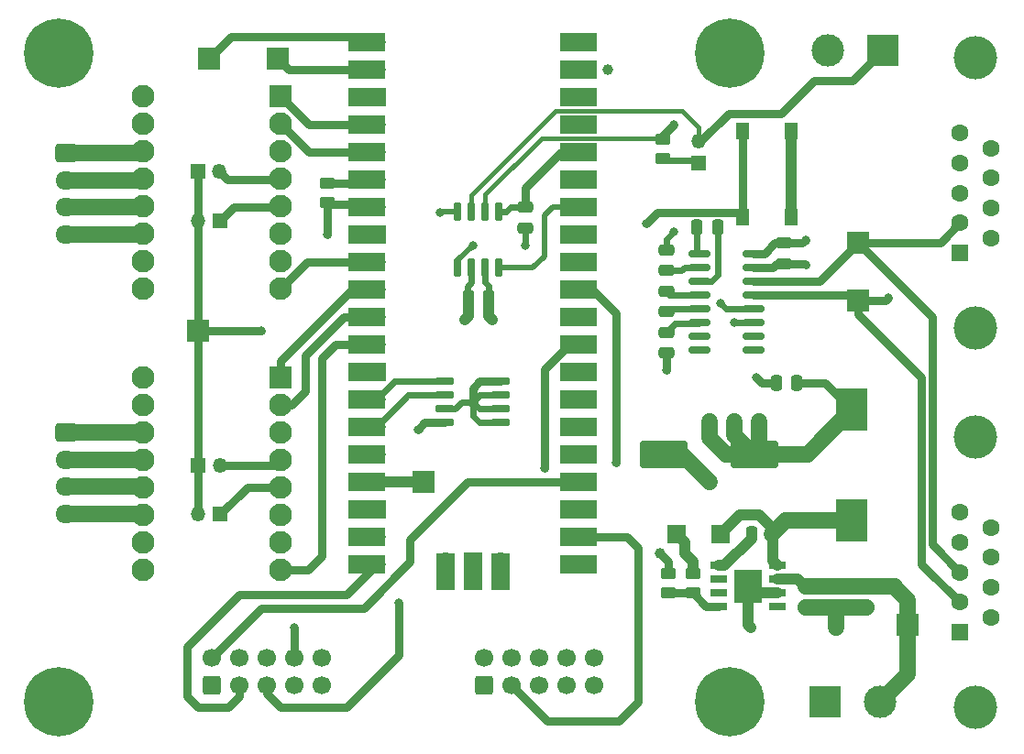
<source format=gbr>
%TF.GenerationSoftware,KiCad,Pcbnew,(7.0.0)*%
%TF.CreationDate,2023-03-05T20:48:15+13:00*%
%TF.ProjectId,pico_expansion_board,7069636f-5f65-4787-9061-6e73696f6e5f,rev?*%
%TF.SameCoordinates,Original*%
%TF.FileFunction,Copper,L1,Top*%
%TF.FilePolarity,Positive*%
%FSLAX46Y46*%
G04 Gerber Fmt 4.6, Leading zero omitted, Abs format (unit mm)*
G04 Created by KiCad (PCBNEW (7.0.0)) date 2023-03-05 20:48:15*
%MOMM*%
%LPD*%
G01*
G04 APERTURE LIST*
G04 Aperture macros list*
%AMRoundRect*
0 Rectangle with rounded corners*
0 $1 Rounding radius*
0 $2 $3 $4 $5 $6 $7 $8 $9 X,Y pos of 4 corners*
0 Add a 4 corners polygon primitive as box body*
4,1,4,$2,$3,$4,$5,$6,$7,$8,$9,$2,$3,0*
0 Add four circle primitives for the rounded corners*
1,1,$1+$1,$2,$3*
1,1,$1+$1,$4,$5*
1,1,$1+$1,$6,$7*
1,1,$1+$1,$8,$9*
0 Add four rect primitives between the rounded corners*
20,1,$1+$1,$2,$3,$4,$5,0*
20,1,$1+$1,$4,$5,$6,$7,0*
20,1,$1+$1,$6,$7,$8,$9,0*
20,1,$1+$1,$8,$9,$2,$3,0*%
G04 Aperture macros list end*
%TA.AperFunction,SMDPad,CuDef*%
%ADD10R,1.800000X1.700000*%
%TD*%
%TA.AperFunction,SMDPad,CuDef*%
%ADD11R,1.525000X0.650000*%
%TD*%
%TA.AperFunction,SMDPad,CuDef*%
%ADD12R,2.600000X3.100000*%
%TD*%
%TA.AperFunction,SMDPad,CuDef*%
%ADD13RoundRect,0.250000X1.950000X1.000000X-1.950000X1.000000X-1.950000X-1.000000X1.950000X-1.000000X0*%
%TD*%
%TA.AperFunction,ComponentPad*%
%ADD14R,1.350000X1.350000*%
%TD*%
%TA.AperFunction,ComponentPad*%
%ADD15O,1.350000X1.350000*%
%TD*%
%TA.AperFunction,SMDPad,CuDef*%
%ADD16RoundRect,0.150000X0.150000X-0.725000X0.150000X0.725000X-0.150000X0.725000X-0.150000X-0.725000X0*%
%TD*%
%TA.AperFunction,ComponentPad*%
%ADD17R,3.000000X3.000000*%
%TD*%
%TA.AperFunction,ComponentPad*%
%ADD18C,3.000000*%
%TD*%
%TA.AperFunction,SMDPad,CuDef*%
%ADD19RoundRect,0.250000X-0.475000X0.250000X-0.475000X-0.250000X0.475000X-0.250000X0.475000X0.250000X0*%
%TD*%
%TA.AperFunction,SMDPad,CuDef*%
%ADD20RoundRect,0.250000X0.450000X-0.262500X0.450000X0.262500X-0.450000X0.262500X-0.450000X-0.262500X0*%
%TD*%
%TA.AperFunction,SMDPad,CuDef*%
%ADD21RoundRect,0.250000X0.475000X-0.250000X0.475000X0.250000X-0.475000X0.250000X-0.475000X-0.250000X0*%
%TD*%
%TA.AperFunction,SMDPad,CuDef*%
%ADD22RoundRect,0.150000X0.725000X0.150000X-0.725000X0.150000X-0.725000X-0.150000X0.725000X-0.150000X0*%
%TD*%
%TA.AperFunction,ComponentPad*%
%ADD23C,6.400000*%
%TD*%
%TA.AperFunction,SMDPad,CuDef*%
%ADD24RoundRect,0.250000X-0.250000X-0.475000X0.250000X-0.475000X0.250000X0.475000X-0.250000X0.475000X0*%
%TD*%
%TA.AperFunction,SMDPad,CuDef*%
%ADD25R,1.300000X1.550000*%
%TD*%
%TA.AperFunction,SMDPad,CuDef*%
%ADD26RoundRect,0.250000X0.250000X0.475000X-0.250000X0.475000X-0.250000X-0.475000X0.250000X-0.475000X0*%
%TD*%
%TA.AperFunction,SMDPad,CuDef*%
%ADD27R,2.000000X2.000000*%
%TD*%
%TA.AperFunction,SMDPad,CuDef*%
%ADD28R,3.000000X4.000000*%
%TD*%
%TA.AperFunction,ComponentPad*%
%ADD29RoundRect,0.250000X0.600000X-0.600000X0.600000X0.600000X-0.600000X0.600000X-0.600000X-0.600000X0*%
%TD*%
%TA.AperFunction,ComponentPad*%
%ADD30C,1.700000*%
%TD*%
%TA.AperFunction,ComponentPad*%
%ADD31O,1.700000X1.700000*%
%TD*%
%TA.AperFunction,SMDPad,CuDef*%
%ADD32R,3.500000X1.700000*%
%TD*%
%TA.AperFunction,ComponentPad*%
%ADD33R,1.700000X1.700000*%
%TD*%
%TA.AperFunction,SMDPad,CuDef*%
%ADD34R,1.700000X3.500000*%
%TD*%
%TA.AperFunction,ComponentPad*%
%ADD35RoundRect,0.250000X-0.725000X0.600000X-0.725000X-0.600000X0.725000X-0.600000X0.725000X0.600000X0*%
%TD*%
%TA.AperFunction,ComponentPad*%
%ADD36O,1.950000X1.700000*%
%TD*%
%TA.AperFunction,SMDPad,CuDef*%
%ADD37RoundRect,0.150000X-0.825000X-0.150000X0.825000X-0.150000X0.825000X0.150000X-0.825000X0.150000X0*%
%TD*%
%TA.AperFunction,SMDPad,CuDef*%
%ADD38RoundRect,0.250000X-0.450000X0.262500X-0.450000X-0.262500X0.450000X-0.262500X0.450000X0.262500X0*%
%TD*%
%TA.AperFunction,ComponentPad*%
%ADD39C,4.000000*%
%TD*%
%TA.AperFunction,ComponentPad*%
%ADD40R,1.600000X1.600000*%
%TD*%
%TA.AperFunction,ComponentPad*%
%ADD41C,1.600000*%
%TD*%
%TA.AperFunction,ComponentPad*%
%ADD42R,2.100000X2.100000*%
%TD*%
%TA.AperFunction,ComponentPad*%
%ADD43C,2.100000*%
%TD*%
%TA.AperFunction,ViaPad*%
%ADD44C,0.800000*%
%TD*%
%TA.AperFunction,ViaPad*%
%ADD45C,1.000000*%
%TD*%
%TA.AperFunction,Conductor*%
%ADD46C,1.000000*%
%TD*%
%TA.AperFunction,Conductor*%
%ADD47C,0.762000*%
%TD*%
%TA.AperFunction,Conductor*%
%ADD48C,0.609600*%
%TD*%
%TA.AperFunction,Conductor*%
%ADD49C,0.406400*%
%TD*%
%TA.AperFunction,Conductor*%
%ADD50C,0.508000*%
%TD*%
%TA.AperFunction,Conductor*%
%ADD51C,1.500000*%
%TD*%
G04 APERTURE END LIST*
D10*
%TO.P,D1,A*%
%TO.N,GND*%
X112503999Y-107695999D03*
%TO.P,D1,C*%
%TO.N,Net-(IC1-PH)*%
X116603999Y-107695999D03*
%TD*%
D11*
%TO.P,IC1,1,BOOT*%
%TO.N,Net-(IC1-BOOT)*%
X116413999Y-110616999D03*
%TO.P,IC1,2,NC_1*%
%TO.N,unconnected-(IC1-NC_1-Pad2)*%
X116413999Y-111886999D03*
%TO.P,IC1,3,NC_2*%
%TO.N,unconnected-(IC1-NC_2-Pad3)*%
X116413999Y-113156999D03*
%TO.P,IC1,4,VSENSE*%
%TO.N,Net-(IC1-VSENSE)*%
X116413999Y-114426999D03*
%TO.P,IC1,5,ENA*%
%TO.N,unconnected-(IC1-ENA-Pad5)*%
X121837999Y-114426999D03*
%TO.P,IC1,6,GND*%
%TO.N,GND*%
X121837999Y-113156999D03*
%TO.P,IC1,7,VIN*%
%TO.N,VCC*%
X121837999Y-111886999D03*
%TO.P,IC1,8,PH*%
%TO.N,Net-(IC1-PH)*%
X121837999Y-110616999D03*
D12*
%TO.P,IC1,9,EP*%
%TO.N,GND*%
X119125999Y-112521999D03*
%TD*%
D13*
%TO.P,C18,1*%
%TO.N,+5V*%
X119770000Y-100330000D03*
%TO.P,C18,2*%
%TO.N,GND*%
X111370000Y-100330000D03*
%TD*%
D14*
%TO.P,JP3,1,A*%
%TO.N,MOTOR_UART*%
X68357999Y-101345999D03*
D15*
%TO.P,JP3,2,B*%
%TO.N,Net-(J3-UART)*%
X70357999Y-101345999D03*
%TD*%
D16*
%TO.P,U2,1,TXD*%
%TO.N,CAN_TX*%
X92329000Y-83093000D03*
%TO.P,U2,2,VSS*%
%TO.N,GND*%
X93599000Y-83093000D03*
%TO.P,U2,3,VDD*%
%TO.N,+5V*%
X94869000Y-83093000D03*
%TO.P,U2,4,RXD*%
%TO.N,CAN_RX*%
X96139000Y-83093000D03*
%TO.P,U2,5,VIO*%
%TO.N,+3.3V*%
X96139000Y-77943000D03*
%TO.P,U2,6,CANL*%
%TO.N,Net-(J10-Pin_2)*%
X94869000Y-77943000D03*
%TO.P,U2,7,CANH*%
%TO.N,Net-(J10-Pin_1)*%
X93599000Y-77943000D03*
%TO.P,U2,8,STBY*%
%TO.N,GND*%
X92329000Y-77943000D03*
%TD*%
D17*
%TO.P,J1,1,Pin_1*%
%TO.N,GND*%
X126237999Y-123189999D03*
D18*
%TO.P,J1,2,Pin_2*%
%TO.N,VCC*%
X131318000Y-123190000D03*
%TD*%
D19*
%TO.P,C5,1*%
%TO.N,VCC*%
X124460000Y-112588000D03*
%TO.P,C5,2*%
%TO.N,GND*%
X124460000Y-114488000D03*
%TD*%
D20*
%TO.P,R1,1*%
%TO.N,Net-(JP9-A)*%
X111252000Y-73048500D03*
%TO.P,R1,2*%
%TO.N,Net-(J10-Pin_2)*%
X111252000Y-71223500D03*
%TD*%
D21*
%TO.P,C7,1*%
%TO.N,GND*%
X111571000Y-90993000D03*
%TO.P,C7,2*%
%TO.N,Net-(U1-VS-)*%
X111571000Y-89093000D03*
%TD*%
D22*
%TO.P,U5,1,A0*%
%TO.N,GND*%
X96301000Y-97409000D03*
%TO.P,U5,2,A1*%
X96301000Y-96139000D03*
%TO.P,U5,3,A2*%
X96301000Y-94869000D03*
%TO.P,U5,4,GND*%
X96301000Y-93599000D03*
%TO.P,U5,5,SDA*%
%TO.N,EEPROM_SDA*%
X91151000Y-93599000D03*
%TO.P,U5,6,SCL*%
%TO.N,EEPROM_SCL*%
X91151000Y-94869000D03*
%TO.P,U5,7,WP*%
%TO.N,GND*%
X91151000Y-96139000D03*
%TO.P,U5,8,VCC*%
%TO.N,+5V*%
X91151000Y-97409000D03*
%TD*%
D23*
%TO.P,H2,1*%
%TO.N,N/C*%
X55512000Y-123190000D03*
%TD*%
D21*
%TO.P,C2,1*%
%TO.N,GND*%
X98552000Y-79436000D03*
%TO.P,C2,2*%
%TO.N,+3.3V*%
X98552000Y-77536000D03*
%TD*%
D24*
%TO.P,C1,1*%
%TO.N,Net-(U1-C1+)*%
X114431000Y-79375000D03*
%TO.P,C1,2*%
%TO.N,Net-(U1-C1-)*%
X116331000Y-79375000D03*
%TD*%
D25*
%TO.P,SW1,1,1*%
%TO.N,PICO_RESET_BTN*%
X118653999Y-78396999D03*
X118653999Y-70446999D03*
%TO.P,SW1,2,2*%
%TO.N,GND*%
X123153999Y-78396999D03*
X123153999Y-70446999D03*
%TD*%
D26*
%TO.P,C3,1*%
%TO.N,+5V*%
X95184000Y-85852000D03*
%TO.P,C3,2*%
%TO.N,GND*%
X93284000Y-85852000D03*
%TD*%
D19*
%TO.P,C9,1*%
%TO.N,VCC*%
X127254000Y-112588000D03*
%TO.P,C9,2*%
%TO.N,GND*%
X127254000Y-114488000D03*
%TD*%
%TO.P,C4,1*%
%TO.N,+5V*%
X122428000Y-80838000D03*
%TO.P,C4,2*%
%TO.N,GND*%
X122428000Y-82738000D03*
%TD*%
D27*
%TO.P,TP7,1,1*%
%TO.N,SCALE_UART_TX*%
X69341999Y-63753999D03*
%TD*%
D14*
%TO.P,JP1,1,A*%
%TO.N,MOTOR_UART*%
X68315999Y-74167999D03*
D15*
%TO.P,JP1,2,B*%
%TO.N,Net-(J2-UART)*%
X70315999Y-74167999D03*
%TD*%
D23*
%TO.P,H4,1*%
%TO.N,N/C*%
X117488000Y-63246000D03*
%TD*%
D28*
%TO.P,L1,1,1*%
%TO.N,Net-(IC1-PH)*%
X128740499Y-106445999D03*
%TO.P,L1,2,2*%
%TO.N,+5V*%
X128740499Y-96245999D03*
%TD*%
D29*
%TO.P,J8,1,Pin_1*%
%TO.N,unconnected-(J8-Pin_1-Pad1)*%
X94742000Y-121666000D03*
D30*
%TO.P,J8,2,Pin_2*%
%TO.N,BTN_ENC*%
X94742000Y-119126000D03*
%TO.P,J8,3,Pin_3*%
%TO.N,LCD_CS*%
X97282000Y-121666000D03*
%TO.P,J8,4,Pin_4*%
%TO.N,LCD_A0*%
X97282000Y-119126000D03*
%TO.P,J8,5,Pin_5*%
%TO.N,LCD_RST*%
X99822000Y-121666000D03*
%TO.P,J8,6,Pin_6*%
%TO.N,NEOPIXEL*%
X99822000Y-119126000D03*
%TO.P,J8,7,Pin_7*%
%TO.N,unconnected-(J8-Pin_7-Pad7)*%
X102362000Y-121666000D03*
%TO.P,J8,8,Pin_8*%
%TO.N,unconnected-(J8-Pin_8-Pad8)*%
X102362000Y-119126000D03*
%TO.P,J8,9,Pin_9*%
%TO.N,GND*%
X104902000Y-121666000D03*
%TO.P,J8,10,Pin_10*%
%TO.N,+5V*%
X104902000Y-119126000D03*
%TD*%
D14*
%TO.P,JP9,1,A*%
%TO.N,Net-(JP9-A)*%
X114553999Y-73405999D03*
D15*
%TO.P,JP9,2,B*%
%TO.N,Net-(J10-Pin_1)*%
X114553999Y-71405999D03*
%TD*%
D26*
%TO.P,C19,1*%
%TO.N,+5V*%
X123632000Y-93726000D03*
%TO.P,C19,2*%
%TO.N,GND*%
X121732000Y-93726000D03*
%TD*%
D21*
%TO.P,C8,1*%
%TO.N,Net-(U1-VS+)*%
X111571000Y-83373000D03*
%TO.P,C8,2*%
%TO.N,+5V*%
X111571000Y-81473000D03*
%TD*%
D17*
%TO.P,J10,1,Pin_1*%
%TO.N,Net-(J10-Pin_1)*%
X131571999Y-62991999D03*
D18*
%TO.P,J10,2,Pin_2*%
%TO.N,Net-(J10-Pin_2)*%
X126492000Y-62992000D03*
%TD*%
D19*
%TO.P,C16,1*%
%TO.N,VCC*%
X130048000Y-112588000D03*
%TO.P,C16,2*%
%TO.N,GND*%
X130048000Y-114488000D03*
%TD*%
D31*
%TO.P,U3,1,GPIO0*%
%TO.N,SCALE_UART_TX*%
X84835999Y-62229999D03*
D32*
X83935999Y-62229999D03*
D31*
%TO.P,U3,2,GPIO1*%
%TO.N,SCALE_UART_RX*%
X84835999Y-64769999D03*
D32*
X83935999Y-64769999D03*
D33*
%TO.P,U3,3,GND*%
%TO.N,GND*%
X84835999Y-67309999D03*
D32*
X83935999Y-67309999D03*
D31*
%TO.P,U3,4,GPIO2*%
%TO.N,M1_DIR*%
X84835999Y-69849999D03*
D32*
X83935999Y-69849999D03*
D31*
%TO.P,U3,5,GPIO3*%
%TO.N,M1_STEP*%
X84835999Y-72389999D03*
D32*
X83935999Y-72389999D03*
D31*
%TO.P,U3,6,GPIO4*%
%TO.N,UART1_TX*%
X84835999Y-74929999D03*
D32*
X83935999Y-74929999D03*
D31*
%TO.P,U3,7,GPIO5*%
%TO.N,MOTOR_UART*%
X84835999Y-77469999D03*
D32*
X83935999Y-77469999D03*
D33*
%TO.P,U3,8,GND*%
%TO.N,GND*%
X84835999Y-80009999D03*
D32*
X83935999Y-80009999D03*
D31*
%TO.P,U3,9,GPIO6*%
%TO.N,M1_EN*%
X84835999Y-82549999D03*
D32*
X83935999Y-82549999D03*
D31*
%TO.P,U3,10,GPIO7*%
%TO.N,M2_DIR*%
X84835999Y-85089999D03*
D32*
X83935999Y-85089999D03*
D31*
%TO.P,U3,11,GPIO8*%
%TO.N,M2_STEP*%
X84835999Y-87629999D03*
D32*
X83935999Y-87629999D03*
D31*
%TO.P,U3,12,GPIO9*%
%TO.N,M2_EN*%
X84835999Y-90169999D03*
D32*
X83935999Y-90169999D03*
D33*
%TO.P,U3,13,GND*%
%TO.N,GND*%
X84835999Y-92709999D03*
D32*
X83935999Y-92709999D03*
D31*
%TO.P,U3,14,GPIO10*%
%TO.N,EEPROM_SDA*%
X84835999Y-95249999D03*
D32*
X83935999Y-95249999D03*
D31*
%TO.P,U3,15,GPIO11*%
%TO.N,EEPROM_SCL*%
X84835999Y-97789999D03*
D32*
X83935999Y-97789999D03*
D31*
%TO.P,U3,16,GPIO12*%
%TO.N,BTN_RST*%
X84835999Y-100329999D03*
D32*
X83935999Y-100329999D03*
D31*
%TO.P,U3,17,GPIO13*%
%TO.N,Net-(U3-GPIO13)*%
X84835999Y-102869999D03*
D32*
X83935999Y-102869999D03*
D33*
%TO.P,U3,18,GND*%
%TO.N,GND*%
X84835999Y-105409999D03*
D32*
X83935999Y-105409999D03*
D31*
%TO.P,U3,19,GPIO14*%
%TO.N,BTN_EN2*%
X84835999Y-107949999D03*
D32*
X83935999Y-107949999D03*
D31*
%TO.P,U3,20,GPIO15*%
%TO.N,BTN_EN1*%
X84835999Y-110489999D03*
D32*
X83935999Y-110489999D03*
D31*
%TO.P,U3,21,GPIO16*%
%TO.N,SPI0_MISO*%
X102615999Y-110489999D03*
D32*
X103515999Y-110489999D03*
D31*
%TO.P,U3,22,GPIO17*%
%TO.N,LCD_CS*%
X102615999Y-107949999D03*
D32*
X103515999Y-107949999D03*
D33*
%TO.P,U3,23,GND*%
%TO.N,GND*%
X102615999Y-105409999D03*
D32*
X103515999Y-105409999D03*
D31*
%TO.P,U3,24,GPIO18*%
%TO.N,LED_SCK*%
X102615999Y-102869999D03*
D32*
X103515999Y-102869999D03*
D31*
%TO.P,U3,25,GPIO19*%
%TO.N,LCD_MOSI*%
X102615999Y-100329999D03*
D32*
X103515999Y-100329999D03*
D31*
%TO.P,U3,26,GPIO20*%
%TO.N,LCD_A0*%
X102615999Y-97789999D03*
D32*
X103515999Y-97789999D03*
D31*
%TO.P,U3,27,GPIO21*%
%TO.N,LCD_RST*%
X102615999Y-95249999D03*
D32*
X103515999Y-95249999D03*
D33*
%TO.P,U3,28,GND*%
%TO.N,GND*%
X102615999Y-92709999D03*
D32*
X103515999Y-92709999D03*
D31*
%TO.P,U3,29,GPIO22*%
%TO.N,BTN_ENC*%
X102615999Y-90169999D03*
D32*
X103515999Y-90169999D03*
D31*
%TO.P,U3,30,RUN*%
%TO.N,PICO_RESET_BTN*%
X102615999Y-87629999D03*
D32*
X103515999Y-87629999D03*
D31*
%TO.P,U3,31,GPIO26_ADC0*%
%TO.N,NEOPIXEL*%
X102615999Y-85089999D03*
D32*
X103515999Y-85089999D03*
D31*
%TO.P,U3,32,GPIO27_ADC1*%
%TO.N,CAN_TX*%
X102615999Y-82549999D03*
D32*
X103515999Y-82549999D03*
D33*
%TO.P,U3,33,AGND*%
%TO.N,GND*%
X102615999Y-80009999D03*
D32*
X103515999Y-80009999D03*
D31*
%TO.P,U3,34,GPIO28_ADC2*%
%TO.N,CAN_RX*%
X102615999Y-77469999D03*
D32*
X103515999Y-77469999D03*
D31*
%TO.P,U3,35,ADC_VREF*%
%TO.N,unconnected-(U3-ADC_VREF-Pad35)*%
X102615999Y-74929999D03*
D32*
X103515999Y-74929999D03*
D31*
%TO.P,U3,36,3V3*%
%TO.N,+3.3V*%
X102615999Y-72389999D03*
D32*
X103515999Y-72389999D03*
D31*
%TO.P,U3,37,3V3_EN*%
%TO.N,unconnected-(U3-3V3_EN-Pad37)*%
X102615999Y-69849999D03*
D32*
X103515999Y-69849999D03*
D33*
%TO.P,U3,38,GND*%
%TO.N,GND*%
X102615999Y-67309999D03*
D32*
X103515999Y-67309999D03*
D31*
%TO.P,U3,39,VSYS*%
%TO.N,+5V*%
X102615999Y-64769999D03*
D32*
X103515999Y-64769999D03*
D31*
%TO.P,U3,40,VBUS*%
%TO.N,unconnected-(U3-VBUS-Pad40)*%
X102615999Y-62229999D03*
D32*
X103515999Y-62229999D03*
D31*
%TO.P,U3,41,SWCLK*%
%TO.N,unconnected-(U3-SWCLK-Pad41)*%
X91185999Y-110259999D03*
D34*
X91185999Y-111159999D03*
D33*
%TO.P,U3,42,GND*%
%TO.N,unconnected-(U3-GND-Pad42)*%
X93725999Y-110259999D03*
D34*
X93725999Y-111159999D03*
D31*
%TO.P,U3,43,SWDIO*%
%TO.N,unconnected-(U3-SWDIO-Pad43)*%
X96265999Y-110259999D03*
D34*
X96265999Y-111159999D03*
%TD*%
D19*
%TO.P,C6,1*%
%TO.N,Net-(U1-C2+)*%
X111571000Y-85283000D03*
%TO.P,C6,2*%
%TO.N,Net-(U1-C2-)*%
X111571000Y-87183000D03*
%TD*%
D35*
%TO.P,J4,1,Pin_1*%
%TO.N,Net-(J2-B2)*%
X56134000Y-72510000D03*
D36*
%TO.P,J4,2,Pin_2*%
%TO.N,Net-(J2-B1)*%
X56133999Y-75009999D03*
%TO.P,J4,3,Pin_3*%
%TO.N,Net-(J2-A1)*%
X56133999Y-77509999D03*
%TO.P,J4,4,Pin_4*%
%TO.N,Net-(J2-A2)*%
X56133999Y-80009999D03*
%TD*%
D37*
%TO.P,U1,1,C1+*%
%TO.N,Net-(U1-C1+)*%
X114684000Y-81788000D03*
%TO.P,U1,2,VS+*%
%TO.N,Net-(U1-VS+)*%
X114684000Y-83058000D03*
%TO.P,U1,3,C1-*%
%TO.N,Net-(U1-C1-)*%
X114684000Y-84328000D03*
%TO.P,U1,4,C2+*%
%TO.N,Net-(U1-C2+)*%
X114684000Y-85598000D03*
%TO.P,U1,5,C2-*%
%TO.N,Net-(U1-C2-)*%
X114684000Y-86868000D03*
%TO.P,U1,6,VS-*%
%TO.N,Net-(U1-VS-)*%
X114684000Y-88138000D03*
%TO.P,U1,7,T2OUT*%
%TO.N,unconnected-(U1-T2OUT-Pad7)*%
X114684000Y-89408000D03*
%TO.P,U1,8,R2IN*%
%TO.N,unconnected-(U1-R2IN-Pad8)*%
X114684000Y-90678000D03*
%TO.P,U1,9,R2OUT*%
%TO.N,unconnected-(U1-R2OUT-Pad9)*%
X119634000Y-90678000D03*
%TO.P,U1,10,T2IN*%
%TO.N,unconnected-(U1-T2IN-Pad10)*%
X119634000Y-89408000D03*
%TO.P,U1,11,T1IN*%
%TO.N,SCALE_UART_TX*%
X119634000Y-88138000D03*
%TO.P,U1,12,R1OUT*%
%TO.N,SCALE_UART_RX*%
X119634000Y-86868000D03*
%TO.P,U1,13,R1IN*%
%TO.N,SCALE_RXD*%
X119634000Y-85598000D03*
%TO.P,U1,14,T1OUT*%
%TO.N,SCALE_TXD*%
X119634000Y-84328000D03*
%TO.P,U1,15,GND*%
%TO.N,GND*%
X119634000Y-83058000D03*
%TO.P,U1,16,VCC*%
%TO.N,+5V*%
X119634000Y-81788000D03*
%TD*%
D35*
%TO.P,J5,1,Pin_1*%
%TO.N,Net-(J3-B2)*%
X56134000Y-98338000D03*
D36*
%TO.P,J5,2,Pin_2*%
%TO.N,Net-(J3-B1)*%
X56133999Y-100837999D03*
%TO.P,J5,3,Pin_3*%
%TO.N,Net-(J3-A1)*%
X56133999Y-103337999D03*
%TO.P,J5,4,Pin_4*%
%TO.N,Net-(J3-A2)*%
X56133999Y-105837999D03*
%TD*%
D20*
%TO.P,R6,1*%
%TO.N,Net-(IC1-VSENSE)*%
X114046000Y-113180500D03*
%TO.P,R6,2*%
%TO.N,GND*%
X114046000Y-111355500D03*
%TD*%
D27*
%TO.P,TP1,1,1*%
%TO.N,SCALE_TXD*%
X129285999Y-80771999D03*
%TD*%
D23*
%TO.P,H1,1*%
%TO.N,N/C*%
X55512000Y-63246000D03*
%TD*%
D27*
%TO.P,TP8,1,1*%
%TO.N,SCALE_UART_RX*%
X75691999Y-63753999D03*
%TD*%
D20*
%TO.P,R3,1*%
%TO.N,MOTOR_UART*%
X80264000Y-77112500D03*
%TO.P,R3,2*%
%TO.N,UART1_TX*%
X80264000Y-75287500D03*
%TD*%
D38*
%TO.P,R2,1*%
%TO.N,+5V*%
X111760000Y-111355500D03*
%TO.P,R2,2*%
%TO.N,Net-(IC1-VSENSE)*%
X111760000Y-113180500D03*
%TD*%
D14*
%TO.P,JP4,1,A*%
%TO.N,Net-(J3-PDN)*%
X70341999Y-105907999D03*
D15*
%TO.P,JP4,2,B*%
%TO.N,MOTOR_UART*%
X68341999Y-105907999D03*
%TD*%
D27*
%TO.P,TP6,1,1*%
%TO.N,VCC*%
X133857999Y-116077999D03*
%TD*%
D39*
%TO.P,J7,0,PAD*%
%TO.N,GND*%
X140139669Y-88710000D03*
X140139669Y-63710000D03*
D40*
%TO.P,J7,1,1*%
%TO.N,unconnected-(J7-Pad1)*%
X138719668Y-81749999D03*
D41*
%TO.P,J7,2,2*%
%TO.N,SCALE_TXD*%
X138719669Y-78980000D03*
%TO.P,J7,3,3*%
%TO.N,SCALE_RXD*%
X138719669Y-76210000D03*
%TO.P,J7,4,4*%
%TO.N,unconnected-(J7-Pad4)*%
X138719669Y-73440000D03*
%TO.P,J7,5,5*%
%TO.N,unconnected-(J7-Pad5)*%
X138719669Y-70670000D03*
%TO.P,J7,6,6*%
%TO.N,unconnected-(J7-Pad6)*%
X141559669Y-80365000D03*
%TO.P,J7,7,7*%
%TO.N,unconnected-(J7-Pad7)*%
X141559669Y-77595000D03*
%TO.P,J7,8,8*%
%TO.N,unconnected-(J7-Pad8)*%
X141559669Y-74825000D03*
%TO.P,J7,9,9*%
%TO.N,unconnected-(J7-Pad9)*%
X141559669Y-72055000D03*
%TD*%
D27*
%TO.P,TP4,1,1*%
%TO.N,MOTOR_UART*%
X68325999Y-88899999D03*
%TD*%
D42*
%TO.P,J3,1,DIR*%
%TO.N,M2_DIR*%
X75945999Y-93217999D03*
D43*
%TO.P,J3,2,STEP*%
%TO.N,M2_STEP*%
X75946000Y-95758000D03*
%TO.P,J3,3,CLK*%
%TO.N,GND*%
X75946000Y-98298000D03*
%TO.P,J3,4,UART*%
%TO.N,Net-(J3-UART)*%
X75946000Y-100838000D03*
%TO.P,J3,5,PDN*%
%TO.N,Net-(J3-PDN)*%
X75946000Y-103378000D03*
%TO.P,J3,6,MS2*%
%TO.N,GND*%
X75946000Y-105918000D03*
%TO.P,J3,7,MS1*%
%TO.N,+5V*%
X75946000Y-108458000D03*
%TO.P,J3,8,EN*%
%TO.N,M2_EN*%
X75946000Y-110998000D03*
%TO.P,J3,9,VM*%
%TO.N,VCC*%
X63246000Y-110998000D03*
%TO.P,J3,10,GND*%
%TO.N,GND*%
X63246000Y-108458000D03*
%TO.P,J3,11,A2*%
%TO.N,Net-(J3-A2)*%
X63246000Y-105918000D03*
%TO.P,J3,12,A1*%
%TO.N,Net-(J3-A1)*%
X63246000Y-103378000D03*
%TO.P,J3,13,B1*%
%TO.N,Net-(J3-B1)*%
X63246000Y-100838000D03*
%TO.P,J3,14,B2*%
%TO.N,Net-(J3-B2)*%
X63246000Y-98298000D03*
%TO.P,J3,15,VDD*%
%TO.N,+5V*%
X63246000Y-95758000D03*
%TO.P,J3,16,GND*%
%TO.N,GND*%
X63246000Y-93218000D03*
%TD*%
D39*
%TO.P,J6,0,PAD*%
%TO.N,GND*%
X140139669Y-123762000D03*
X140139669Y-98762000D03*
D40*
%TO.P,J6,1,1*%
%TO.N,unconnected-(J6-Pad1)*%
X138719668Y-116801999D03*
D41*
%TO.P,J6,2,2*%
%TO.N,SCALE_RXD*%
X138719669Y-114032000D03*
%TO.P,J6,3,3*%
%TO.N,SCALE_TXD*%
X138719669Y-111262000D03*
%TO.P,J6,4,4*%
%TO.N,unconnected-(J6-Pad4)*%
X138719669Y-108492000D03*
%TO.P,J6,5,5*%
%TO.N,unconnected-(J6-Pad5)*%
X138719669Y-105722000D03*
%TO.P,J6,6,6*%
%TO.N,unconnected-(J6-Pad6)*%
X141559669Y-115417000D03*
%TO.P,J6,7,7*%
%TO.N,unconnected-(J6-Pad7)*%
X141559669Y-112647000D03*
%TO.P,J6,8,8*%
%TO.N,unconnected-(J6-Pad8)*%
X141559669Y-109877000D03*
%TO.P,J6,9,9*%
%TO.N,unconnected-(J6-Pad9)*%
X141559669Y-107107000D03*
%TD*%
D42*
%TO.P,J2,1,DIR*%
%TO.N,M1_DIR*%
X75945999Y-67241999D03*
D43*
%TO.P,J2,2,STEP*%
%TO.N,M1_STEP*%
X75946000Y-69782000D03*
%TO.P,J2,3,CLK*%
%TO.N,GND*%
X75946000Y-72322000D03*
%TO.P,J2,4,UART*%
%TO.N,Net-(J2-UART)*%
X75946000Y-74862000D03*
%TO.P,J2,5,PDN*%
%TO.N,Net-(J2-PDN)*%
X75946000Y-77402000D03*
%TO.P,J2,6,MS2*%
%TO.N,GND*%
X75946000Y-79942000D03*
%TO.P,J2,7,MS1*%
X75946000Y-82482000D03*
%TO.P,J2,8,EN*%
%TO.N,M1_EN*%
X75946000Y-85022000D03*
%TO.P,J2,9,VM*%
%TO.N,VCC*%
X63246000Y-85022000D03*
%TO.P,J2,10,GND*%
%TO.N,GND*%
X63246000Y-82482000D03*
%TO.P,J2,11,A2*%
%TO.N,Net-(J2-A2)*%
X63246000Y-79942000D03*
%TO.P,J2,12,A1*%
%TO.N,Net-(J2-A1)*%
X63246000Y-77402000D03*
%TO.P,J2,13,B1*%
%TO.N,Net-(J2-B1)*%
X63246000Y-74862000D03*
%TO.P,J2,14,B2*%
%TO.N,Net-(J2-B2)*%
X63246000Y-72322000D03*
%TO.P,J2,15,VDD*%
%TO.N,+5V*%
X63246000Y-69782000D03*
%TO.P,J2,16,GND*%
%TO.N,GND*%
X63246000Y-67242000D03*
%TD*%
D23*
%TO.P,H3,1*%
%TO.N,N/C*%
X117488000Y-123190000D03*
%TD*%
D29*
%TO.P,J9,1,Pin_1*%
%TO.N,unconnected-(J9-Pin_1-Pad1)*%
X69596000Y-121666000D03*
D30*
%TO.P,J9,2,Pin_2*%
%TO.N,LED_SCK*%
X69596000Y-119126000D03*
%TO.P,J9,3,Pin_3*%
%TO.N,BTN_EN1*%
X72136000Y-121666000D03*
%TO.P,J9,4,Pin_4*%
%TO.N,unconnected-(J9-Pin_4-Pad4)*%
X72136000Y-119126000D03*
%TO.P,J9,5,Pin_5*%
%TO.N,BTN_EN2*%
X74676000Y-121666000D03*
%TO.P,J9,6,Pin_6*%
%TO.N,LCD_MOSI*%
X74676000Y-119126000D03*
%TO.P,J9,7,Pin_7*%
%TO.N,unconnected-(J9-Pin_7-Pad7)*%
X77216000Y-121666000D03*
%TO.P,J9,8,Pin_8*%
%TO.N,BTN_RST*%
X77216000Y-119126000D03*
%TO.P,J9,9,Pin_9*%
%TO.N,GND*%
X79756000Y-121666000D03*
%TO.P,J9,10,Pin_10*%
%TO.N,+5V*%
X79756000Y-119126000D03*
%TD*%
D27*
%TO.P,TP2,1,1*%
%TO.N,SCALE_RXD*%
X129285999Y-86105999D03*
%TD*%
D24*
%TO.P,C17,1*%
%TO.N,Net-(IC1-BOOT)*%
X119446000Y-107696000D03*
%TO.P,C17,2*%
%TO.N,Net-(IC1-PH)*%
X121346000Y-107696000D03*
%TD*%
D14*
%TO.P,JP2,1,A*%
%TO.N,Net-(J2-PDN)*%
X70341999Y-78739999D03*
D15*
%TO.P,JP2,2,B*%
%TO.N,MOTOR_UART*%
X68341999Y-78739999D03*
%TD*%
D27*
%TO.P,TP5,1,1*%
%TO.N,Net-(U3-GPIO13)*%
X89153999Y-102869999D03*
%TD*%
D44*
%TO.N,GND*%
X124460000Y-82804000D03*
%TO.N,+5V*%
X124460000Y-80518000D03*
%TO.N,SCALE_RXD*%
X132080000Y-85852000D03*
%TO.N,GND*%
X111571000Y-92583000D03*
X92964000Y-87884000D03*
D45*
X119380000Y-116332000D03*
X93726000Y-95504000D03*
D44*
X113284000Y-109474000D03*
X90678000Y-77978000D03*
D45*
X127254000Y-116332000D03*
X123154000Y-74640000D03*
D44*
X98552000Y-81026000D03*
D45*
X115570000Y-102870000D03*
D44*
X119888000Y-93218000D03*
%TO.N,+5V*%
X95504000Y-87884000D03*
D45*
X120142000Y-97282000D03*
X115570000Y-97282000D03*
D44*
X112268000Y-79756000D03*
D45*
X117856000Y-97282000D03*
D44*
X88646000Y-98044000D03*
D45*
X110998000Y-109474000D03*
X106172000Y-64770000D03*
%TO.N,VCC*%
X132842000Y-112776000D03*
D44*
%TO.N,BTN_ENC*%
X100330000Y-101600000D03*
%TO.N,NEOPIXEL*%
X106934000Y-101092000D03*
%TO.N,BTN_EN2*%
X86868000Y-114046000D03*
%TO.N,BTN_RST*%
X77216000Y-116332000D03*
%TO.N,MOTOR_UART*%
X74168000Y-88900000D03*
X80264000Y-80010000D03*
%TO.N,SCALE_UART_TX*%
X117856000Y-88138000D03*
%TO.N,SCALE_UART_RX*%
X116586000Y-86360000D03*
%TO.N,PICO_RESET_BTN*%
X109728000Y-78994000D03*
%TO.N,Net-(J10-Pin_2)*%
X112268000Y-69850000D03*
%TO.N,CAN_TX*%
X93726000Y-81026000D03*
%TD*%
D46*
%TO.N,GND*%
X113284000Y-109474000D02*
X114046000Y-110236000D01*
X114046000Y-110236000D02*
X114046000Y-111355500D01*
X113284000Y-109474000D02*
X113284000Y-108476000D01*
X113284000Y-108476000D02*
X112504000Y-107696000D01*
D47*
%TO.N,+5V*%
X111760000Y-110236000D02*
X111760000Y-111355500D01*
X110998000Y-109474000D02*
X111760000Y-110236000D01*
%TO.N,LCD_CS*%
X100584000Y-124968000D02*
X97282000Y-121666000D01*
X108966000Y-108966000D02*
X108966000Y-123190000D01*
X108966000Y-123190000D02*
X107188000Y-124968000D01*
X107950000Y-107950000D02*
X108966000Y-108966000D01*
X102616000Y-107950000D02*
X107950000Y-107950000D01*
X107188000Y-124968000D02*
X100584000Y-124968000D01*
D48*
%TO.N,Net-(U1-VS+)*%
X113284000Y-83058000D02*
X112969000Y-83373000D01*
X114684000Y-83058000D02*
X113284000Y-83058000D01*
X112969000Y-83373000D02*
X111571000Y-83373000D01*
%TO.N,+5V*%
X111571000Y-80453000D02*
X111571000Y-81473000D01*
X112268000Y-79756000D02*
X111571000Y-80453000D01*
D47*
%TO.N,PICO_RESET_BTN*%
X118235000Y-77978000D02*
X118654000Y-78397000D01*
X110744000Y-77978000D02*
X118235000Y-77978000D01*
X109728000Y-78994000D02*
X110744000Y-77978000D01*
%TO.N,SCALE_RXD*%
X135182000Y-110494331D02*
X138719669Y-114032000D01*
X129286000Y-87376000D02*
X135182000Y-93272000D01*
X135182000Y-93272000D02*
X135182000Y-110494331D01*
X129286000Y-86106000D02*
X129286000Y-87376000D01*
%TO.N,+5V*%
X124140000Y-80838000D02*
X122428000Y-80838000D01*
X124460000Y-80518000D02*
X124140000Y-80838000D01*
%TO.N,GND*%
X121412000Y-83058000D02*
X121732000Y-82738000D01*
X121732000Y-82738000D02*
X122428000Y-82738000D01*
X119634000Y-83058000D02*
X121412000Y-83058000D01*
X124394000Y-82738000D02*
X124460000Y-82804000D01*
X122428000Y-82738000D02*
X124394000Y-82738000D01*
%TO.N,+5V*%
X121600000Y-80838000D02*
X122428000Y-80838000D01*
X120650000Y-81788000D02*
X121600000Y-80838000D01*
X119634000Y-81788000D02*
X120650000Y-81788000D01*
%TO.N,LED_SCK*%
X87884000Y-108204000D02*
X93218000Y-102870000D01*
X93218000Y-102870000D02*
X102616000Y-102870000D01*
X74168000Y-114554000D02*
X83634000Y-114554000D01*
X87884000Y-110304000D02*
X87884000Y-108204000D01*
X69596000Y-119126000D02*
X74168000Y-114554000D01*
X83634000Y-114554000D02*
X87884000Y-110304000D01*
%TO.N,SCALE_TXD*%
X119634000Y-84328000D02*
X125730000Y-84328000D01*
X136927669Y-80772000D02*
X138719669Y-78980000D01*
X136144000Y-108686331D02*
X138719669Y-111262000D01*
X136144000Y-87630000D02*
X136144000Y-108686331D01*
X125730000Y-84328000D02*
X129286000Y-80772000D01*
X129286000Y-80772000D02*
X136144000Y-87630000D01*
X129286000Y-80772000D02*
X136927669Y-80772000D01*
%TO.N,SCALE_RXD*%
X131826000Y-86106000D02*
X132080000Y-85852000D01*
X129286000Y-86106000D02*
X131826000Y-86106000D01*
X119634000Y-85598000D02*
X128778000Y-85598000D01*
X128778000Y-85598000D02*
X129286000Y-86106000D01*
%TO.N,BTN_RST*%
X77216000Y-119126000D02*
X77216000Y-116332000D01*
%TO.N,BTN_EN2*%
X74676000Y-122428000D02*
X74676000Y-121666000D01*
X75946000Y-123698000D02*
X74676000Y-122428000D01*
X86868000Y-118872000D02*
X82042000Y-123698000D01*
X82042000Y-123698000D02*
X75946000Y-123698000D01*
X86868000Y-114046000D02*
X86868000Y-118872000D01*
%TO.N,BTN_EN1*%
X82042000Y-113284000D02*
X84836000Y-110490000D01*
X72136000Y-113284000D02*
X82042000Y-113284000D01*
X67310000Y-118110000D02*
X72136000Y-113284000D01*
X68326000Y-123698000D02*
X67310000Y-122682000D01*
X72136000Y-122682000D02*
X71120000Y-123698000D01*
X72136000Y-121666000D02*
X72136000Y-122682000D01*
X71120000Y-123698000D02*
X68326000Y-123698000D01*
X67310000Y-122682000D02*
X67310000Y-118110000D01*
%TO.N,Net-(J10-Pin_1)*%
X128778000Y-65786000D02*
X131572000Y-62992000D01*
X125222000Y-65786000D02*
X128778000Y-65786000D01*
X122174000Y-68834000D02*
X125222000Y-65786000D01*
X117348000Y-68834000D02*
X122174000Y-68834000D01*
X114776000Y-71406000D02*
X117348000Y-68834000D01*
X114554000Y-71406000D02*
X114776000Y-71406000D01*
D49*
X114554000Y-70104000D02*
X114554000Y-71406000D01*
X113046800Y-68596800D02*
X114554000Y-70104000D01*
X93599000Y-76360600D02*
X101362800Y-68596800D01*
X93599000Y-77943000D02*
X93599000Y-76360600D01*
X101362800Y-68596800D02*
X113046800Y-68596800D01*
%TO.N,Net-(J10-Pin_2)*%
X111165300Y-71136800D02*
X111252000Y-71223500D01*
X94869000Y-76327000D02*
X100059200Y-71136800D01*
X100059200Y-71136800D02*
X111165300Y-71136800D01*
X94869000Y-77943000D02*
X94869000Y-76327000D01*
D47*
%TO.N,+3.3V*%
X101854000Y-72390000D02*
X102616000Y-72390000D01*
X98552000Y-75692000D02*
X101854000Y-72390000D01*
X98552000Y-77536000D02*
X98552000Y-75692000D01*
D48*
%TO.N,Net-(U1-C1+)*%
X114431000Y-79375000D02*
X114431000Y-81535000D01*
X114431000Y-81535000D02*
X114684000Y-81788000D01*
%TO.N,Net-(U1-C1-)*%
X115762000Y-84328000D02*
X114684000Y-84328000D01*
X116331000Y-83759000D02*
X115762000Y-84328000D01*
X116331000Y-79375000D02*
X116331000Y-83759000D01*
D46*
%TO.N,GND*%
X119761000Y-113157000D02*
X119126000Y-112522000D01*
D48*
X96301000Y-97409000D02*
X94361000Y-97409000D01*
X94361000Y-96139000D02*
X93726000Y-95504000D01*
X92075000Y-96139000D02*
X92710000Y-95504000D01*
D50*
X90713000Y-77943000D02*
X90678000Y-77978000D01*
D47*
X94361000Y-93599000D02*
X93726000Y-94234000D01*
D48*
X98552000Y-79436000D02*
X98552000Y-81026000D01*
X93218000Y-85786000D02*
X93284000Y-85852000D01*
D46*
X123154000Y-74640000D02*
X123154000Y-78397000D01*
D48*
X94361000Y-94869000D02*
X93726000Y-95504000D01*
D46*
X92964000Y-87884000D02*
X93284000Y-87564000D01*
D48*
X94361000Y-97409000D02*
X93726000Y-96774000D01*
D46*
X119126000Y-112522000D02*
X119126000Y-116078000D01*
D47*
X120396000Y-93726000D02*
X119888000Y-93218000D01*
D46*
X123154000Y-74640000D02*
X123154000Y-70447000D01*
D47*
X93726000Y-94234000D02*
X93726000Y-95504000D01*
D51*
X127254000Y-116332000D02*
X127254000Y-114488000D01*
D48*
X91151000Y-96139000D02*
X92075000Y-96139000D01*
X93599000Y-84455000D02*
X93218000Y-84836000D01*
D47*
X121732000Y-93726000D02*
X120396000Y-93726000D01*
D48*
X96301000Y-96139000D02*
X94361000Y-96139000D01*
D47*
X111571000Y-90993000D02*
X111571000Y-92583000D01*
D46*
X119126000Y-116078000D02*
X119380000Y-116332000D01*
D48*
X92710000Y-95504000D02*
X93726000Y-95504000D01*
D51*
X113030000Y-100330000D02*
X115570000Y-102870000D01*
D46*
X93284000Y-87564000D02*
X93284000Y-85852000D01*
D51*
X111370000Y-100330000D02*
X113030000Y-100330000D01*
D48*
X93599000Y-83093000D02*
X93599000Y-84455000D01*
D47*
X96301000Y-93599000D02*
X94361000Y-93599000D01*
D48*
X93218000Y-84836000D02*
X93218000Y-85786000D01*
D51*
X124460000Y-114488000D02*
X130048000Y-114488000D01*
D46*
X121838000Y-113157000D02*
X119761000Y-113157000D01*
D48*
X96301000Y-94869000D02*
X94361000Y-94869000D01*
X93726000Y-96774000D02*
X93726000Y-95504000D01*
D50*
X92329000Y-77943000D02*
X90713000Y-77943000D01*
D48*
%TO.N,+5V*%
X95184000Y-84770000D02*
X95184000Y-85852000D01*
D51*
X117856000Y-97282000D02*
X117856000Y-98552000D01*
X119770000Y-100330000D02*
X120142000Y-99958000D01*
D47*
X89281000Y-97409000D02*
X88646000Y-98044000D01*
D51*
X124656500Y-100330000D02*
X128740500Y-96246000D01*
D46*
X95504000Y-87884000D02*
X95184000Y-87564000D01*
D51*
X115570000Y-97282000D02*
X115570000Y-98806000D01*
X120142000Y-99958000D02*
X120142000Y-97282000D01*
D48*
X94869000Y-84455000D02*
X95184000Y-84770000D01*
D51*
X115570000Y-98806000D02*
X117094000Y-100330000D01*
X119770000Y-100330000D02*
X124656500Y-100330000D01*
D46*
X95184000Y-87564000D02*
X95184000Y-85852000D01*
D48*
X94869000Y-83093000D02*
X94869000Y-84455000D01*
D51*
X117856000Y-98552000D02*
X119634000Y-100330000D01*
D47*
X123632000Y-93726000D02*
X126220500Y-93726000D01*
X91151000Y-97409000D02*
X89281000Y-97409000D01*
D51*
X119634000Y-100330000D02*
X119770000Y-100330000D01*
D47*
X126220500Y-93726000D02*
X128740500Y-96246000D01*
D51*
X117094000Y-100330000D02*
X119770000Y-100330000D01*
D48*
%TO.N,Net-(U1-C2+)*%
X114684000Y-85598000D02*
X111886000Y-85598000D01*
X111886000Y-85598000D02*
X111571000Y-85283000D01*
%TO.N,Net-(U1-C2-)*%
X111886000Y-86868000D02*
X111571000Y-87183000D01*
X114684000Y-86868000D02*
X111886000Y-86868000D01*
%TO.N,Net-(U1-VS-)*%
X114557000Y-88265000D02*
X112399000Y-88265000D01*
X112399000Y-88265000D02*
X111571000Y-89093000D01*
X114684000Y-88138000D02*
X114557000Y-88265000D01*
D51*
%TO.N,VCC*%
X132654000Y-112588000D02*
X130048000Y-112588000D01*
X132842000Y-112776000D02*
X133858000Y-113792000D01*
D46*
X121838000Y-111887000D02*
X123759000Y-111887000D01*
D51*
X133858000Y-113792000D02*
X133858000Y-116840000D01*
X124460000Y-112588000D02*
X130048000Y-112588000D01*
X133858000Y-120650000D02*
X131318000Y-123190000D01*
X133858000Y-116840000D02*
X133858000Y-120650000D01*
D46*
X123759000Y-111887000D02*
X124460000Y-112588000D01*
D51*
X132842000Y-112776000D02*
X132654000Y-112588000D01*
D47*
%TO.N,M1_DIR*%
X78554000Y-69850000D02*
X84836000Y-69850000D01*
X75946000Y-67242000D02*
X78554000Y-69850000D01*
%TO.N,M1_STEP*%
X75946000Y-69782000D02*
X78554000Y-72390000D01*
X78554000Y-72390000D02*
X84836000Y-72390000D01*
%TO.N,Net-(J2-UART)*%
X70316000Y-74168000D02*
X71078000Y-74930000D01*
X75878000Y-74930000D02*
X75946000Y-74862000D01*
X71078000Y-74930000D02*
X75878000Y-74930000D01*
%TO.N,Net-(J2-PDN)*%
X75878000Y-77470000D02*
X75946000Y-77402000D01*
X71612000Y-77470000D02*
X75878000Y-77470000D01*
X70342000Y-78740000D02*
X71612000Y-77470000D01*
%TO.N,M1_EN*%
X78418000Y-82550000D02*
X75946000Y-85022000D01*
X84836000Y-82550000D02*
X78418000Y-82550000D01*
D51*
%TO.N,Net-(J2-A2)*%
X56134000Y-80010000D02*
X63178000Y-80010000D01*
D46*
X63178000Y-80010000D02*
X63246000Y-79942000D01*
D51*
%TO.N,Net-(J2-A1)*%
X56134000Y-77510000D02*
X63138000Y-77510000D01*
D46*
X63138000Y-77510000D02*
X63246000Y-77402000D01*
%TO.N,Net-(J2-B1)*%
X63098000Y-75010000D02*
X63246000Y-74862000D01*
D51*
X56134000Y-75010000D02*
X63098000Y-75010000D01*
%TO.N,Net-(J2-B2)*%
X56134000Y-72510000D02*
X63058000Y-72510000D01*
D46*
X63058000Y-72510000D02*
X63246000Y-72322000D01*
D47*
%TO.N,M2_DIR*%
X82550000Y-85090000D02*
X84836000Y-85090000D01*
X75946000Y-93218000D02*
X75946000Y-91694000D01*
X75946000Y-91694000D02*
X82550000Y-85090000D01*
%TO.N,M2_STEP*%
X76962000Y-95758000D02*
X75946000Y-95758000D01*
X78232000Y-91186000D02*
X78232000Y-94488000D01*
X84836000Y-87630000D02*
X81788000Y-87630000D01*
X81788000Y-87630000D02*
X78232000Y-91186000D01*
X78232000Y-94488000D02*
X76962000Y-95758000D01*
%TO.N,Net-(J3-UART)*%
X75438000Y-101346000D02*
X75946000Y-100838000D01*
X70358000Y-101346000D02*
X75438000Y-101346000D01*
%TO.N,Net-(J3-PDN)*%
X70342000Y-105908000D02*
X70368000Y-105908000D01*
X72898000Y-103378000D02*
X75946000Y-103378000D01*
X70368000Y-105908000D02*
X72898000Y-103378000D01*
%TO.N,M2_EN*%
X79756000Y-109728000D02*
X78486000Y-110998000D01*
X81026000Y-90170000D02*
X79756000Y-91440000D01*
X79756000Y-91440000D02*
X79756000Y-109728000D01*
X84836000Y-90170000D02*
X81026000Y-90170000D01*
X78486000Y-110998000D02*
X75946000Y-110998000D01*
D51*
%TO.N,Net-(J3-A2)*%
X56134000Y-105838000D02*
X63166000Y-105838000D01*
D46*
X63166000Y-105838000D02*
X63246000Y-105918000D01*
D51*
%TO.N,Net-(J3-A1)*%
X56134000Y-103338000D02*
X63206000Y-103338000D01*
D46*
X63206000Y-103338000D02*
X63246000Y-103378000D01*
D51*
%TO.N,Net-(J3-B1)*%
X56134000Y-100838000D02*
X63246000Y-100838000D01*
%TO.N,Net-(J3-B2)*%
X56134000Y-98338000D02*
X63206000Y-98338000D01*
D46*
X63206000Y-98338000D02*
X63246000Y-98298000D01*
D47*
%TO.N,BTN_ENC*%
X100330000Y-101600000D02*
X100330000Y-92456000D01*
X100330000Y-92456000D02*
X102616000Y-90170000D01*
%TO.N,NEOPIXEL*%
X106934000Y-101092000D02*
X106934000Y-87286000D01*
X106934000Y-87286000D02*
X104738000Y-85090000D01*
X104738000Y-85090000D02*
X102616000Y-85090000D01*
%TO.N,MOTOR_UART*%
X68316000Y-78730000D02*
X68326000Y-78740000D01*
X68326000Y-101341000D02*
X68321000Y-101346000D01*
X68326000Y-88900000D02*
X68326000Y-101341000D01*
X80264000Y-77112500D02*
X80367500Y-77216000D01*
X68321000Y-105903000D02*
X68326000Y-105908000D01*
X80264000Y-77112500D02*
X80264000Y-80010000D01*
X80367500Y-77216000D02*
X84582000Y-77216000D01*
X74168000Y-88900000D02*
X68326000Y-88900000D01*
X68321000Y-101346000D02*
X68321000Y-105903000D01*
X84582000Y-77216000D02*
X84836000Y-77470000D01*
X68326000Y-78740000D02*
X68326000Y-88900000D01*
X68316000Y-74168000D02*
X68316000Y-78730000D01*
%TO.N,UART1_TX*%
X80264000Y-75287500D02*
X84478500Y-75287500D01*
X84478500Y-75287500D02*
X84836000Y-74930000D01*
%TO.N,SCALE_UART_TX*%
X69342000Y-63754000D02*
X71374000Y-61722000D01*
X84328000Y-61722000D02*
X84836000Y-62230000D01*
D48*
X117856000Y-88138000D02*
X119634000Y-88138000D01*
D47*
X71374000Y-61722000D02*
X84328000Y-61722000D01*
%TO.N,SCALE_UART_RX*%
X76708000Y-64770000D02*
X84836000Y-64770000D01*
D48*
X117094000Y-86868000D02*
X119634000Y-86868000D01*
D47*
X75692000Y-63754000D02*
X76708000Y-64770000D01*
D48*
X116586000Y-86360000D02*
X117094000Y-86868000D01*
%TO.N,EEPROM_SDA*%
X86487000Y-93599000D02*
X91151000Y-93599000D01*
X84836000Y-95250000D02*
X86487000Y-93599000D01*
%TO.N,EEPROM_SCL*%
X87757000Y-94869000D02*
X91151000Y-94869000D01*
X84836000Y-97790000D02*
X87757000Y-94869000D01*
D46*
%TO.N,Net-(U3-GPIO13)*%
X88900000Y-102870000D02*
X84836000Y-102870000D01*
D48*
%TO.N,+3.3V*%
X96139000Y-77943000D02*
X96809000Y-77943000D01*
X96809000Y-77943000D02*
X97216000Y-77536000D01*
X97216000Y-77536000D02*
X98552000Y-77536000D01*
D47*
%TO.N,PICO_RESET_BTN*%
X118654000Y-78397000D02*
X118654000Y-70447000D01*
%TO.N,Net-(J10-Pin_2)*%
X111252000Y-70866000D02*
X112268000Y-69850000D01*
X111252000Y-71223500D02*
X111252000Y-70866000D01*
D48*
%TO.N,Net-(JP9-A)*%
X111355500Y-73152000D02*
X114300000Y-73152000D01*
X111252000Y-73048500D02*
X111355500Y-73152000D01*
X114300000Y-73152000D02*
X114554000Y-73406000D01*
D50*
%TO.N,CAN_TX*%
X93726000Y-81026000D02*
X92329000Y-82423000D01*
X92329000Y-82423000D02*
X92329000Y-83093000D01*
%TO.N,CAN_RX*%
X101092000Y-77470000D02*
X100330000Y-78232000D01*
X100330000Y-82042000D02*
X99279000Y-83093000D01*
X100330000Y-78232000D02*
X100330000Y-82042000D01*
X102616000Y-77470000D02*
X101092000Y-77470000D01*
X99279000Y-83093000D02*
X96139000Y-83093000D01*
D46*
%TO.N,Net-(IC1-BOOT)*%
X119446000Y-108138000D02*
X116967000Y-110617000D01*
X119446000Y-107696000D02*
X119446000Y-108138000D01*
X116967000Y-110617000D02*
X116414000Y-110617000D01*
%TO.N,Net-(IC1-PH)*%
X121838000Y-110617000D02*
X121412000Y-110191000D01*
D51*
X122616000Y-106426000D02*
X128720500Y-106426000D01*
D46*
X120142000Y-105918000D02*
X121346000Y-107122000D01*
X118382000Y-105918000D02*
X120142000Y-105918000D01*
D51*
X128720500Y-106426000D02*
X128740500Y-106446000D01*
D46*
X121412000Y-107762000D02*
X121346000Y-107696000D01*
X121412000Y-110191000D02*
X121412000Y-107762000D01*
X116604000Y-107696000D02*
X118382000Y-105918000D01*
X121346000Y-107122000D02*
X121346000Y-107696000D01*
D51*
X121346000Y-107696000D02*
X122616000Y-106426000D01*
D47*
%TO.N,Net-(IC1-VSENSE)*%
X115292500Y-114427000D02*
X116414000Y-114427000D01*
X114046000Y-113180500D02*
X115292500Y-114427000D01*
X111760000Y-113180500D02*
X114046000Y-113180500D01*
%TD*%
M02*

</source>
